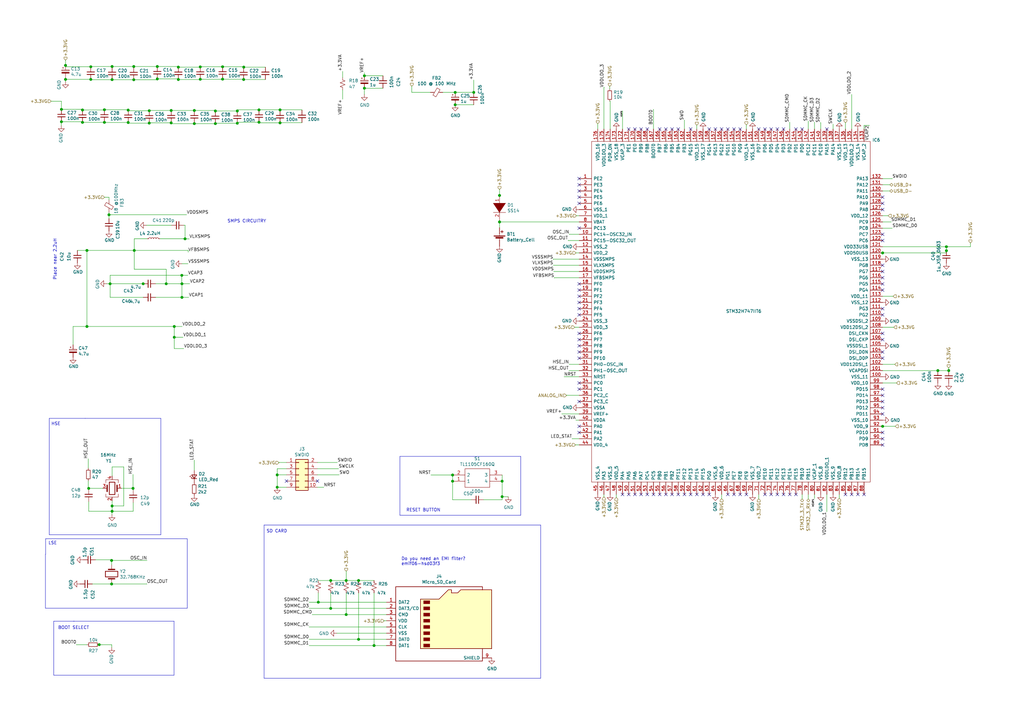
<source format=kicad_sch>
(kicad_sch (version 20200828) (generator eeschema)
  (page 5 6)
  (paper "A3")
  (title_block (title "PorpDAQ MCU") (date "2020-11-16") (rev "1.0"))
  (junction (at 25.1968 44.8564) (diameter 1.016))
  (junction (at 25.1968 49.9364) (diameter 1.016))
  (junction (at 26.8732 26.8224) (diameter 1.016))
  (junction (at 26.8732 32.5628) (diameter 1.016))
  (junction (at 33.8328 45.1104) (diameter 1.016))
  (junction (at 33.8328 50.1904) (diameter 1.016))
  (junction (at 35.6616 102.7176) (diameter 1.016))
  (junction (at 35.6616 133.9088) (diameter 1.016))
  (junction (at 36.3728 200.3044) (diameter 1.016))
  (junction (at 37.2364 27.3812) (diameter 1.016))
  (junction (at 37.2364 32.5628) (diameter 1.016))
  (junction (at 40.6908 264.414) (diameter 1.016))
  (junction (at 42.8244 45.0088) (diameter 1.016))
  (junction (at 42.8244 50.1904) (diameter 1.016))
  (junction (at 44.704 88.0872) (diameter 1.016))
  (junction (at 45.1612 116.3828) (diameter 1.016))
  (junction (at 45.7708 229.87) (diameter 1.016))
  (junction (at 45.7708 239.522) (diameter 1.016))
  (junction (at 45.974 27.2796) (diameter 1.016))
  (junction (at 45.974 32.6644) (diameter 1.016))
  (junction (at 45.974 207.518) (diameter 1.016))
  (junction (at 45.974 209.7024) (diameter 1.016))
  (junction (at 52.578 45.1612) (diameter 1.016))
  (junction (at 52.578 50.2412) (diameter 1.016))
  (junction (at 54.5592 200.3044) (diameter 1.016))
  (junction (at 54.864 27.2796) (diameter 1.016))
  (junction (at 54.864 32.7152) (diameter 1.016))
  (junction (at 55.0672 102.7176) (diameter 1.016))
  (junction (at 58.7248 116.3828) (diameter 1.016))
  (junction (at 61.214 45.4152) (diameter 1.016))
  (junction (at 61.214 50.4952) (diameter 1.016))
  (junction (at 64.516 27.2796) (diameter 1.016))
  (junction (at 64.516 32.3596) (diameter 1.016))
  (junction (at 68.1736 116.3828) (diameter 1.016))
  (junction (at 70.2056 45.3136) (diameter 1.016))
  (junction (at 70.2056 50.3936) (diameter 1.016))
  (junction (at 71.4756 133.9088) (diameter 1.016))
  (junction (at 71.4756 138.3284) (diameter 1.016))
  (junction (at 73.152 27.5336) (diameter 1.016))
  (junction (at 73.152 32.6136) (diameter 1.016))
  (junction (at 74.5744 112.9284) (diameter 1.016))
  (junction (at 74.6252 116.3828) (diameter 1.016))
  (junction (at 74.6252 121.9708) (diameter 1.016))
  (junction (at 75.8952 97.9424) (diameter 1.016))
  (junction (at 79.7052 45.3136) (diameter 1.016))
  (junction (at 79.7052 50.6984) (diameter 1.016))
  (junction (at 82.1436 27.432) (diameter 1.016))
  (junction (at 82.1436 32.512) (diameter 1.016))
  (junction (at 88.3412 45.5168) (diameter 1.016))
  (junction (at 88.3412 50.6984) (diameter 1.016))
  (junction (at 91.2876 27.3812) (diameter 1.016))
  (junction (at 91.2876 32.4612) (diameter 1.016))
  (junction (at 97.3328 45.5168) (diameter 1.016))
  (junction (at 97.3328 50.546) (diameter 1.016))
  (junction (at 99.9236 32.6136) (diameter 1.016))
  (junction (at 99.9744 27.5336) (diameter 1.016))
  (junction (at 106.2228 45.0596) (diameter 1.016))
  (junction (at 106.2228 50.1396) (diameter 1.016))
  (junction (at 113.6904 194.7672) (diameter 1.016))
  (junction (at 113.6904 199.8472) (diameter 1.016))
  (junction (at 114.8588 45.0596) (diameter 1.016))
  (junction (at 114.8588 50.3936) (diameter 1.016))
  (junction (at 130.556 246.9896) (diameter 1.016))
  (junction (at 135.636 238.0996) (diameter 1.016))
  (junction (at 135.636 249.5296) (diameter 1.016))
  (junction (at 141.986 238.0996) (diameter 1.016))
  (junction (at 141.986 252.0696) (diameter 1.016))
  (junction (at 147.066 238.0996) (diameter 1.016))
  (junction (at 147.066 262.2296) (diameter 1.016))
  (junction (at 149.4536 31.0896) (diameter 1.016))
  (junction (at 149.4536 36.1696) (diameter 1.016))
  (junction (at 153.416 264.7696) (diameter 1.016))
  (junction (at 185.6232 194.818) (diameter 1.016))
  (junction (at 185.6232 197.358) (diameter 1.016))
  (junction (at 186.69 37.8968) (diameter 1.016))
  (junction (at 186.69 42.9768) (diameter 1.016))
  (junction (at 194.31 37.8968) (diameter 1.016))
  (junction (at 204.8764 80.1624) (diameter 1.016))
  (junction (at 204.8764 91.0336) (diameter 1.016))
  (junction (at 205.9432 197.358) (diameter 1.016))
  (junction (at 205.9432 203.708) (diameter 1.016))
  (junction (at 362.0008 103.7336) (diameter 1.016))
  (junction (at 362.0008 174.8536) (diameter 1.016))
  (junction (at 384.6576 151.9936) (diameter 1.016))
  (junction (at 388.1628 101.1936) (diameter 1.016))
  (junction (at 388.1628 102.8192) (diameter 1.016))
  (junction (at 389.128 151.9936) (diameter 1.016))
  (no_connect (at 278.1808 52.9336))
  (no_connect (at 362.0008 164.6936))
  (no_connect (at 362.0008 116.4336))
  (no_connect (at 298.5008 202.7936))
  (no_connect (at 237.5408 157.0736))
  (no_connect (at 270.5608 52.9336))
  (no_connect (at 362.0008 159.6136))
  (no_connect (at 351.8408 202.7936))
  (no_connect (at 260.4008 52.9336))
  (no_connect (at 265.4808 202.7936))
  (no_connect (at 313.7408 52.9336))
  (no_connect (at 362.0008 177.3936))
  (no_connect (at 295.9608 52.9336))
  (no_connect (at 362.0008 182.4736))
  (no_connect (at 362.0008 80.8736))
  (no_connect (at 275.6408 202.7936))
  (no_connect (at 237.5408 136.7536))
  (no_connect (at 321.3608 52.9336))
  (no_connect (at 362.0008 146.9136))
  (no_connect (at 237.5408 141.8336))
  (no_connect (at 237.5408 139.2936))
  (no_connect (at 262.9408 202.7936))
  (no_connect (at 237.5408 164.6936))
  (no_connect (at 303.5808 202.7936))
  (no_connect (at 362.0008 129.1336))
  (no_connect (at 237.5408 121.5136))
  (no_connect (at 316.2808 202.7936))
  (no_connect (at 303.5808 52.9336))
  (no_connect (at 237.5408 124.0536))
  (no_connect (at 283.2608 202.7936))
  (no_connect (at 237.5408 159.6136))
  (no_connect (at 362.0008 108.8136))
  (no_connect (at 237.5408 93.5736))
  (no_connect (at 262.9408 52.9336))
  (no_connect (at 260.4008 202.7936))
  (no_connect (at 362.0008 139.2936))
  (no_connect (at 313.7408 202.7936))
  (no_connect (at 362.0008 162.1536))
  (no_connect (at 117.5004 197.3072))
  (no_connect (at 301.0408 202.7936))
  (no_connect (at 273.1008 52.9336))
  (no_connect (at 298.5008 52.9336))
  (no_connect (at 318.8208 202.7936))
  (no_connect (at 301.0408 52.9336))
  (no_connect (at 362.0008 179.9336))
  (no_connect (at 275.6408 52.9336))
  (no_connect (at 290.8808 52.9336))
  (no_connect (at 280.7208 202.7936))
  (no_connect (at 237.5408 118.9736))
  (no_connect (at 288.3408 202.7936))
  (no_connect (at 362.0008 85.9536))
  (no_connect (at 265.4808 52.9336))
  (no_connect (at 362.0008 136.7536))
  (no_connect (at 255.3208 202.7936))
  (no_connect (at 354.3808 202.7936))
  (no_connect (at 237.5408 174.8536))
  (no_connect (at 362.0008 169.7736))
  (no_connect (at 321.3608 202.7936))
  (no_connect (at 237.5408 116.4336))
  (no_connect (at 339.1408 52.9336))
  (no_connect (at 311.2008 52.9336))
  (no_connect (at 362.0008 98.6536))
  (no_connect (at 237.5408 129.1336))
  (no_connect (at 283.2608 52.9336))
  (no_connect (at 362.0008 167.2336))
  (no_connect (at 346.7608 202.7936))
  (no_connect (at 362.0008 118.9736))
  (no_connect (at 257.8608 202.7936))
  (no_connect (at 326.4408 202.7936))
  (no_connect (at 237.5408 126.5936))
  (no_connect (at 273.1008 202.7936))
  (no_connect (at 326.4408 52.9336))
  (no_connect (at 257.8608 52.9336))
  (no_connect (at 362.0008 126.5936))
  (no_connect (at 237.5408 146.9136))
  (no_connect (at 316.2808 52.9336))
  (no_connect (at 237.5408 78.3336))
  (no_connect (at 293.4208 52.9336))
  (no_connect (at 306.1208 202.7936))
  (no_connect (at 362.0008 111.3536))
  (no_connect (at 318.8208 52.9336))
  (no_connect (at 237.5408 80.8736))
  (no_connect (at 278.1808 202.7936))
  (no_connect (at 362.0008 83.4136))
  (no_connect (at 362.0008 96.1136))
  (no_connect (at 362.0008 144.3736))
  (no_connect (at 328.9808 52.9336))
  (no_connect (at 268.0208 202.7936))
  (no_connect (at 130.2004 197.3072))
  (no_connect (at 270.5608 202.7936))
  (no_connect (at 285.8008 202.7936))
  (no_connect (at 237.5408 83.4136))
  (no_connect (at 237.5408 177.3936))
  (no_connect (at 362.0008 113.8936))
  (no_connect (at 349.3008 202.7936))
  (no_connect (at 237.5408 75.7936))
  (no_connect (at 237.5408 73.2536))
  (no_connect (at 237.5408 144.3736))
  (no_connect (at 290.8808 202.7936))
  (no_connect (at 323.9008 202.7936))
  (wire (pts (xy 25.146 49.9364) (xy 25.1968 49.9364)))
  (wire (pts (xy 25.146 51.5112) (xy 25.146 49.9364)))
  (wire (pts (xy 25.1968 41.5036) (xy 20.9804 41.5036)))
  (wire (pts (xy 25.1968 44.8564) (xy 25.1968 41.5036)))
  (wire (pts (xy 25.1968 44.8564) (xy 33.8328 44.8564)))
  (wire (pts (xy 25.1968 49.9364) (xy 33.8328 49.9364)))
  (wire (pts (xy 26.8732 24.6888) (xy 26.8732 26.8224)))
  (wire (pts (xy 26.8732 27.3812) (xy 26.8732 26.8224)))
  (wire (pts (xy 26.8732 31.9024) (xy 26.8732 32.5628)))
  (wire (pts (xy 26.8732 32.5628) (xy 26.8732 33.528)))
  (wire (pts (xy 29.972 133.9088) (xy 29.972 141.4272)))
  (wire (pts (xy 31.3436 264.414) (xy 31.3436 264.3632)))
  (wire (pts (xy 31.75 102.7176) (xy 35.6616 102.7176)))
  (wire (pts (xy 33.8328 44.8564) (xy 33.8328 45.1104)))
  (wire (pts (xy 33.8328 45.1104) (xy 42.8244 45.1104)))
  (wire (pts (xy 33.8328 49.9364) (xy 33.8328 50.1904)))
  (wire (pts (xy 33.8328 50.1904) (xy 42.8244 50.1904)))
  (wire (pts (xy 35.6108 264.414) (xy 31.3436 264.414)))
  (wire (pts (xy 35.6616 102.7176) (xy 35.6616 133.9088)))
  (wire (pts (xy 35.6616 102.7176) (xy 55.0672 102.7176)))
  (wire (pts (xy 35.6616 133.9088) (xy 29.972 133.9088)))
  (wire (pts (xy 36.2204 192.0748) (xy 36.2204 188.1632)))
  (wire (pts (xy 36.2204 197.1548) (xy 36.2204 200.3044)))
  (wire (pts (xy 36.2204 200.3044) (xy 36.3728 200.3044)))
  (wire (pts (xy 36.3728 200.3044) (xy 42.164 200.3044)))
  (wire (pts (xy 36.3728 200.7108) (xy 36.3728 200.3044)))
  (wire (pts (xy 36.3728 205.7908) (xy 36.3728 209.7024)))
  (wire (pts (xy 37.2364 27.2796) (xy 45.974 27.2796)))
  (wire (pts (xy 37.2364 27.3812) (xy 26.8732 27.3812)))
  (wire (pts (xy 37.2364 27.3812) (xy 37.2364 27.2796)))
  (wire (pts (xy 37.2364 27.4828) (xy 37.2364 27.3812)))
  (wire (pts (xy 37.2364 32.5628) (xy 26.8732 32.5628)))
  (wire (pts (xy 37.2364 32.6644) (xy 37.2364 32.5628)))
  (wire (pts (xy 37.8968 239.522) (xy 45.7708 239.522)))
  (wire (pts (xy 39.1668 229.616) (xy 45.7708 229.616)))
  (wire (pts (xy 40.64 264.414) (xy 40.6908 264.414)))
  (wire (pts (xy 40.6908 264.414) (xy 45.8216 264.414)))
  (wire (pts (xy 42.8244 45.0088) (xy 52.578 45.0088)))
  (wire (pts (xy 42.8244 45.1104) (xy 42.8244 45.0088)))
  (wire (pts (xy 42.8244 50.0888) (xy 42.8244 50.1904)))
  (wire (pts (xy 42.8244 50.1904) (xy 42.8244 50.2412)))
  (wire (pts (xy 42.8244 50.2412) (xy 52.578 50.2412)))
  (wire (pts (xy 42.8752 80.9244) (xy 44.704 80.9244)))
  (wire (pts (xy 43.7896 116.332) (xy 45.1612 116.332)))
  (wire (pts (xy 44.704 80.9244) (xy 44.704 81.9912)))
  (wire (pts (xy 44.704 87.0712) (xy 44.704 88.0872)))
  (wire (pts (xy 44.704 88.0872) (xy 44.704 89.662)))
  (wire (pts (xy 44.704 88.0872) (xy 76.5556 88.0872)))
  (wire (pts (xy 45.1612 112.9284) (xy 45.1612 116.3828)))
  (wire (pts (xy 45.1612 112.9284) (xy 74.5744 112.9284)))
  (wire (pts (xy 45.1612 116.332) (xy 45.1612 116.3828)))
  (wire (pts (xy 45.1612 121.9708) (xy 45.1612 116.3828)))
  (wire (pts (xy 45.7708 229.616) (xy 45.7708 229.87)))
  (wire (pts (xy 45.7708 229.87) (xy 45.7708 231.648)))
  (wire (pts (xy 45.7708 239.522) (xy 45.7708 239.268)))
  (wire (pts (xy 45.7708 239.522) (xy 60.2488 239.522)))
  (wire (pts (xy 45.8216 264.414) (xy 45.8216 265.5316)))
  (wire (pts (xy 45.9232 209.6516) (xy 45.974 209.6516)))
  (wire (pts (xy 45.9232 211.074) (xy 45.9232 209.6516)))
  (wire (pts (xy 45.974 27.2796) (xy 54.864 27.2796)))
  (wire (pts (xy 45.974 27.5844) (xy 45.974 27.2796)))
  (wire (pts (xy 45.974 32.6644) (xy 37.2364 32.6644)))
  (wire (pts (xy 45.974 32.6644) (xy 54.864 32.6644)))
  (wire (pts (xy 45.974 191.516) (xy 50.7492 191.516)))
  (wire (pts (xy 45.974 195.2244) (xy 45.974 191.516)))
  (wire (pts (xy 45.974 205.3844) (xy 45.974 207.518)))
  (wire (pts (xy 45.974 207.518) (xy 45.974 209.7024)))
  (wire (pts (xy 45.974 209.7024) (xy 36.3728 209.7024)))
  (wire (pts (xy 45.974 209.7024) (xy 54.61 209.7024)))
  (wire (pts (xy 49.784 200.3044) (xy 54.5592 200.3044)))
  (wire (pts (xy 50.7492 191.516) (xy 50.7492 207.518)))
  (wire (pts (xy 50.7492 207.518) (xy 45.974 207.518)))
  (wire (pts (xy 52.578 45.0088) (xy 52.578 45.1612)))
  (wire (pts (xy 52.578 45.1612) (xy 52.578 45.4152)))
  (wire (pts (xy 52.578 50.2412) (xy 52.578 50.4952)))
  (wire (pts (xy 54.5592 194.564) (xy 54.5592 200.3044)))
  (wire (pts (xy 54.5592 200.3044) (xy 54.61 200.3044)))
  (wire (pts (xy 54.61 200.3044) (xy 54.61 201.0664)))
  (wire (pts (xy 54.61 206.1464) (xy 54.61 209.7024)))
  (wire (pts (xy 54.864 27.2796) (xy 64.516 27.2796)))
  (wire (pts (xy 54.864 27.6352) (xy 54.864 27.2796)))
  (wire (pts (xy 54.864 32.6644) (xy 54.864 32.7152)))
  (wire (pts (xy 54.864 32.7152) (xy 64.516 32.7152)))
  (wire (pts (xy 55.0672 97.9424) (xy 55.0672 102.7176)))
  (wire (pts (xy 55.0672 102.7176) (xy 55.0672 110.4392)))
  (wire (pts (xy 55.0672 102.7176) (xy 77.1652 102.7176)))
  (wire (pts (xy 55.0672 110.4392) (xy 68.1736 110.4392)))
  (wire (pts (xy 58.7248 116.3828) (xy 45.1612 116.3828)))
  (wire (pts (xy 58.7248 121.9708) (xy 45.1612 121.9708)))
  (wire (pts (xy 58.7756 116.3828) (xy 58.7248 116.3828)))
  (wire (pts (xy 60.0964 92.4052) (xy 70.3072 92.4052)))
  (wire (pts (xy 60.2488 239.522) (xy 60.2488 239.4712)))
  (wire (pts (xy 60.2996 229.87) (xy 45.7708 229.87)))
  (wire (pts (xy 60.452 97.9424) (xy 55.0672 97.9424)))
  (wire (pts (xy 61.214 45.3136) (xy 61.214 45.4152)))
  (wire (pts (xy 61.214 45.4152) (xy 52.578 45.4152)))
  (wire (pts (xy 61.214 50.3936) (xy 61.214 50.4952)))
  (wire (pts (xy 61.214 50.4952) (xy 52.578 50.4952)))
  (wire (pts (xy 63.8048 116.3828) (xy 68.1736 116.3828)))
  (wire (pts (xy 63.8048 121.9708) (xy 74.6252 121.9708)))
  (wire (pts (xy 64.516 27.2796) (xy 73.152 27.2796)))
  (wire (pts (xy 64.516 32.3088) (xy 64.516 32.3596)))
  (wire (pts (xy 64.516 32.3596) (xy 64.516 32.7152)))
  (wire (pts (xy 64.516 32.3596) (xy 73.152 32.3596)))
  (wire (pts (xy 65.532 97.9424) (xy 75.8952 97.9424)))
  (wire (pts (xy 68.1736 110.4392) (xy 68.1736 116.3828)))
  (wire (pts (xy 68.1736 116.3828) (xy 74.6252 116.3828)))
  (wire (pts (xy 70.2056 45.3136) (xy 61.214 45.3136)))
  (wire (pts (xy 70.2056 50.3936) (xy 61.214 50.3936)))
  (wire (pts (xy 70.2056 50.6984) (xy 70.2056 50.3936)))
  (wire (pts (xy 71.4756 133.9088) (xy 35.6616 133.9088)))
  (wire (pts (xy 71.4756 133.9088) (xy 71.4756 138.3284)))
  (wire (pts (xy 71.4756 142.9512) (xy 71.4756 138.3284)))
  (wire (pts (xy 73.152 27.2796) (xy 73.152 27.5336)))
  (wire (pts (xy 73.152 27.5336) (xy 82.1436 27.5336)))
  (wire (pts (xy 73.152 32.3596) (xy 73.152 32.6136)))
  (wire (pts (xy 73.152 32.6136) (xy 82.1436 32.6136)))
  (wire (pts (xy 74.5744 112.9284) (xy 74.5744 116.332)))
  (wire (pts (xy 74.5744 112.9284) (xy 77.0636 112.9284)))
  (wire (pts (xy 74.5744 116.332) (xy 74.676 116.332)))
  (wire (pts (xy 74.6252 108.204) (xy 77.1144 108.204)))
  (wire (pts (xy 74.6252 116.3828) (xy 74.6252 121.9708)))
  (wire (pts (xy 74.6252 116.3828) (xy 77.8256 116.3828)))
  (wire (pts (xy 74.6252 121.9708) (xy 77.4192 121.9708)))
  (wire (pts (xy 74.7268 133.9088) (xy 71.4756 133.9088)))
  (wire (pts (xy 75.0824 138.3284) (xy 71.4756 138.3284)))
  (wire (pts (xy 75.3872 92.4052) (xy 75.8952 92.4052)))
  (wire (pts (xy 75.3872 142.9512) (xy 71.4756 142.9512)))
  (wire (pts (xy 75.8952 92.4052) (xy 75.8952 97.9424)))
  (wire (pts (xy 75.8952 97.9424) (xy 75.8952 97.9932)))
  (wire (pts (xy 77.1652 102.7176) (xy 77.1652 103.4288)))
  (wire (pts (xy 77.6224 97.9932) (xy 75.8952 97.9932)))
  (wire (pts (xy 79.6544 188.7728) (xy 79.7052 188.7728)))
  (wire (pts (xy 79.6544 192.9892) (xy 79.6544 188.7728)))
  (wire (pts (xy 79.7052 45.3136) (xy 70.2056 45.3136)))
  (wire (pts (xy 79.7052 45.3644) (xy 79.7052 45.3136)))
  (wire (pts (xy 79.7052 50.6984) (xy 70.2056 50.6984)))
  (wire (pts (xy 79.7052 50.6984) (xy 79.7052 50.4444)))
  (wire (pts (xy 82.1436 27.3812) (xy 91.2876 27.3812)))
  (wire (pts (xy 82.1436 27.432) (xy 82.1436 27.3812)))
  (wire (pts (xy 82.1436 27.5336) (xy 82.1436 27.432)))
  (wire (pts (xy 82.1436 32.512) (xy 91.2876 32.512)))
  (wire (pts (xy 82.1436 32.6136) (xy 82.1436 32.512)))
  (wire (pts (xy 88.3412 45.3136) (xy 79.7052 45.3136)))
  (wire (pts (xy 88.3412 45.3136) (xy 88.3412 45.5168)))
  (wire (pts (xy 88.3412 45.5168) (xy 88.3412 45.6184)))
  (wire (pts (xy 88.3412 50.546) (xy 88.3412 50.6984)))
  (wire (pts (xy 88.3412 50.6984) (xy 79.7052 50.6984)))
  (wire (pts (xy 91.2876 27.3812) (xy 99.9744 27.3812)))
  (wire (pts (xy 91.2876 32.4612) (xy 99.9236 32.4612)))
  (wire (pts (xy 91.2876 32.512) (xy 91.2876 32.4612)))
  (wire (pts (xy 97.3328 45.0596) (xy 97.3328 45.5168)))
  (wire (pts (xy 97.3328 45.5168) (xy 88.3412 45.5168)))
  (wire (pts (xy 97.3328 50.1396) (xy 97.3328 50.546)))
  (wire (pts (xy 97.3328 50.546) (xy 88.3412 50.546)))
  (wire (pts (xy 97.3328 50.546) (xy 97.3328 50.5968)))
  (wire (pts (xy 99.9236 27.5336) (xy 99.9236 27.6352)))
  (wire (pts (xy 99.9236 27.5336) (xy 99.9744 27.5336)))
  (wire (pts (xy 99.9236 32.4612) (xy 99.9236 32.6136)))
  (wire (pts (xy 99.9236 32.6136) (xy 99.9236 32.7152)))
  (wire (pts (xy 99.9744 27.3812) (xy 99.9744 27.5336)))
  (wire (pts (xy 99.9744 27.5336) (xy 108.8644 27.5336)))
  (wire (pts (xy 106.2228 45.0596) (xy 97.3328 45.0596)))
  (wire (pts (xy 106.2228 50.1396) (xy 97.3328 50.1396)))
  (wire (pts (xy 106.2228 50.3936) (xy 106.2228 50.1396)))
  (wire (pts (xy 108.8644 32.6136) (xy 99.9236 32.6136)))
  (wire (pts (xy 113.6904 192.2272) (xy 113.6904 194.7672)))
  (wire (pts (xy 113.6904 194.7672) (xy 113.6904 199.8472)))
  (wire (pts (xy 114.4016 189.6872) (xy 114.4016 189.7888)))
  (wire (pts (xy 114.8588 45.0596) (xy 106.2228 45.0596)))
  (wire (pts (xy 114.8588 45.3136) (xy 114.8588 45.0596)))
  (wire (pts (xy 114.8588 50.292) (xy 114.8588 50.3936)))
  (wire (pts (xy 114.8588 50.3936) (xy 106.2228 50.3936)))
  (wire (pts (xy 117.5004 189.6872) (xy 114.4016 189.6872)))
  (wire (pts (xy 117.5004 192.2272) (xy 113.6904 192.2272)))
  (wire (pts (xy 117.5004 194.7672) (xy 113.6904 194.7672)))
  (wire (pts (xy 117.5004 199.8472) (xy 113.6904 199.8472)))
  (wire (pts (xy 123.8504 45.0596) (xy 114.8588 45.0596)))
  (wire (pts (xy 123.8504 45.212) (xy 123.8504 45.0596)))
  (wire (pts (xy 123.8504 50.292) (xy 114.8588 50.292)))
  (wire (pts (xy 126.746 246.9896) (xy 130.556 246.9896)))
  (wire (pts (xy 126.746 249.5296) (xy 135.636 249.5296)))
  (wire (pts (xy 126.746 257.1496) (xy 158.496 257.1496)))
  (wire (pts (xy 126.746 262.2296) (xy 147.066 262.2296)))
  (wire (pts (xy 126.746 264.7696) (xy 153.416 264.7696)))
  (wire (pts (xy 128.016 252.0696) (xy 141.986 252.0696)))
  (wire (pts (xy 130.2004 189.6872) (xy 138.3792 189.6872)))
  (wire (pts (xy 130.2004 192.2272) (xy 138.8872 192.2272)))
  (wire (pts (xy 130.2004 194.7672) (xy 139.1412 194.7672)))
  (wire (pts (xy 130.2004 199.8472) (xy 132.7404 199.8472)))
  (wire (pts (xy 130.556 238.0996) (xy 135.636 238.0996)))
  (wire (pts (xy 130.556 243.1796) (xy 130.556 246.9896)))
  (wire (pts (xy 130.556 246.9896) (xy 158.496 246.9896)))
  (wire (pts (xy 132.7404 199.8472) (xy 132.7404 199.898)))
  (wire (pts (xy 135.636 243.1796) (xy 135.636 249.5296)))
  (wire (pts (xy 135.636 249.5296) (xy 158.496 249.5296)))
  (wire (pts (xy 140.5128 29.2608) (xy 140.5128 31.8008)))
  (wire (pts (xy 140.5128 36.8808) (xy 140.5128 40.6908)))
  (wire (pts (xy 141.986 234.2896) (xy 141.986 238.0996)))
  (wire (pts (xy 141.986 238.0996) (xy 135.636 238.0996)))
  (wire (pts (xy 141.986 238.0996) (xy 147.066 238.0996)))
  (wire (pts (xy 141.986 243.1796) (xy 141.986 252.0696)))
  (wire (pts (xy 141.986 252.0696) (xy 158.496 252.0696)))
  (wire (pts (xy 147.066 243.1796) (xy 147.066 262.2296)))
  (wire (pts (xy 147.066 262.2296) (xy 158.496 262.2296)))
  (wire (pts (xy 149.4536 29.8196) (xy 149.4536 31.0896)))
  (wire (pts (xy 149.4536 36.1696) (xy 149.4536 38.7096)))
  (wire (pts (xy 153.416 238.0996) (xy 147.066 238.0996)))
  (wire (pts (xy 153.416 243.1796) (xy 153.416 264.7696)))
  (wire (pts (xy 153.416 264.7696) (xy 158.496 264.7696)))
  (wire (pts (xy 157.0736 31.0896) (xy 149.4536 31.0896)))
  (wire (pts (xy 157.0736 36.1696) (xy 149.4536 36.1696)))
  (wire (pts (xy 157.5308 254.6096) (xy 157.5308 254.6604)))
  (wire (pts (xy 158.496 254.6096) (xy 157.5308 254.6096)))
  (wire (pts (xy 158.496 259.6896) (xy 138.176 259.6896)))
  (wire (pts (xy 168.91 37.8968) (xy 168.91 35.3568)))
  (wire (pts (xy 176.53 37.8968) (xy 168.91 37.8968)))
  (wire (pts (xy 181.61 37.8968) (xy 186.69 37.8968)))
  (wire (pts (xy 185.6232 194.818) (xy 176.7332 194.818)))
  (wire (pts (xy 185.6232 197.358) (xy 185.6232 194.818)))
  (wire (pts (xy 185.6232 204.978) (xy 185.6232 197.358)))
  (wire (pts (xy 186.69 37.8968) (xy 194.31 37.8968)))
  (wire (pts (xy 193.2432 204.978) (xy 185.6232 204.978)))
  (wire (pts (xy 194.31 37.8968) (xy 194.31 32.8168)))
  (wire (pts (xy 194.31 42.9768) (xy 186.69 42.9768)))
  (wire (pts (xy 198.3232 204.978) (xy 205.9432 204.978)))
  (wire (pts (xy 204.8764 77.724) (xy 204.8764 80.1624)))
  (wire (pts (xy 204.8764 80.1624) (xy 204.8764 80.2132)))
  (wire (pts (xy 204.8764 90.3224) (xy 204.8764 91.0336)))
  (wire (pts (xy 204.8764 91.0336) (xy 204.8764 93.3704)))
  (wire (pts (xy 204.8764 91.0336) (xy 237.5408 91.0336)))
  (wire (pts (xy 205.9432 197.358) (xy 205.9432 194.818)))
  (wire (pts (xy 205.9432 203.708) (xy 205.9432 197.358)))
  (wire (pts (xy 205.9432 204.978) (xy 205.9432 203.708)))
  (wire (pts (xy 208.4832 203.708) (xy 205.9432 203.708)))
  (wire (pts (xy 226.9236 106.2736) (xy 226.9236 106.4768)))
  (wire (pts (xy 226.9236 108.8136) (xy 237.5408 108.8136)))
  (wire (pts (xy 227.1776 111.3536) (xy 227.1776 111.3028)))
  (wire (pts (xy 227.33 113.8936) (xy 227.33 114.046)))
  (wire (pts (xy 230.4796 169.7736) (xy 230.4796 169.7228)))
  (wire (pts (xy 231.3432 154.5336) (xy 237.5408 154.5336)))
  (wire (pts (xy 232.3592 162.1536) (xy 232.3592 162.2044)))
  (wire (pts (xy 233.0196 98.6536) (xy 233.0196 98.6028)))
  (wire (pts (xy 233.3244 151.9936) (xy 237.5408 151.9936)))
  (wire (pts (xy 233.3752 149.4536) (xy 237.5408 149.4536)))
  (wire (pts (xy 233.4768 96.1136) (xy 233.4768 96.1644)))
  (wire (pts (xy 234.6452 179.9336) (xy 234.6452 179.9844)))
  (wire (pts (xy 235.712 134.2136) (xy 237.5408 134.2136)))
  (wire (pts (xy 236.0168 182.4736) (xy 237.5408 182.4736)))
  (wire (pts (xy 236.1692 172.3136) (xy 237.5408 172.3136)))
  (wire (pts (xy 236.22 103.7336) (xy 237.5408 103.7336)))
  (wire (pts (xy 236.4232 88.4936) (xy 237.5408 88.4936)))
  (wire (pts (xy 237.5408 96.1136) (xy 233.4768 96.1136)))
  (wire (pts (xy 237.5408 98.6536) (xy 233.0196 98.6536)))
  (wire (pts (xy 237.5408 106.2736) (xy 226.9236 106.2736)))
  (wire (pts (xy 237.5408 111.3536) (xy 227.1776 111.3536)))
  (wire (pts (xy 237.5408 113.8936) (xy 227.33 113.8936)))
  (wire (pts (xy 237.5408 162.1536) (xy 232.3592 162.1536)))
  (wire (pts (xy 237.5408 169.7736) (xy 230.4796 169.7736)))
  (wire (pts (xy 237.5408 179.9336) (xy 234.6452 179.9336)))
  (wire (pts (xy 245.1608 50.7492) (xy 245.1608 52.9336)))
  (wire (pts (xy 247.7008 35.8648) (xy 247.904 35.8648)))
  (wire (pts (xy 247.7008 52.9336) (xy 247.7008 35.8648)))
  (wire (pts (xy 247.7008 202.7936) (xy 247.7008 203.8096)))
  (wire (pts (xy 250.0884 35.4584) (xy 250.0884 36.4744)))
  (wire (pts (xy 250.2408 41.5544) (xy 250.0884 41.5544)))
  (wire (pts (xy 250.2408 52.9336) (xy 250.2408 41.5544)))
  (wire (pts (xy 252.7808 202.7936) (xy 252.7808 204.0128)))
  (wire (pts (xy 255.3208 45.466) (xy 255.3208 52.9336)))
  (wire (pts (xy 267.97 44.9072) (xy 268.0208 44.9072)))
  (wire (pts (xy 268.0208 44.9072) (xy 268.0208 52.9336)))
  (wire (pts (xy 280.7208 49.3268) (xy 280.67 49.3268)))
  (wire (pts (xy 280.7208 52.9336) (xy 280.7208 49.3268)))
  (wire (pts (xy 285.8008 51.3588) (xy 285.8008 52.9336)))
  (wire (pts (xy 295.9608 202.7936) (xy 295.9608 204.5208)))
  (wire (pts (xy 306.1208 51.2064) (xy 306.1208 52.9336)))
  (wire (pts (xy 311.2008 202.7936) (xy 311.2008 204.5716)))
  (wire (pts (xy 323.9008 50.1904) (xy 323.85 50.1904)))
  (wire (pts (xy 323.9008 52.9336) (xy 323.9008 50.1904)))
  (wire (pts (xy 328.9808 202.7936) (xy 328.9808 204.6224)))
  (wire (pts (xy 331.5208 49.7332) (xy 331.47 49.7332)))
  (wire (pts (xy 331.5208 52.9336) (xy 331.5208 49.7332)))
  (wire (pts (xy 331.5208 202.7936) (xy 331.5208 204.6224)))
  (wire (pts (xy 334.0608 50.1904) (xy 334.01 50.1904)))
  (wire (pts (xy 334.0608 52.9336) (xy 334.0608 50.1904)))
  (wire (pts (xy 334.0608 202.7936) (xy 334.0608 204.47)))
  (wire (pts (xy 336.4992 50.292) (xy 336.6008 50.292)))
  (wire (pts (xy 336.6008 52.9336) (xy 336.6008 50.292)))
  (wire (pts (xy 339.1408 202.7936) (xy 339.1408 209.9056)))
  (wire (pts (xy 341.6808 50.9016) (xy 341.6808 52.9336)))
  (wire (pts (xy 344.2208 202.7936) (xy 344.2208 204.3684)))
  (wire (pts (xy 346.7608 50.3428) (xy 346.7608 52.9336)))
  (wire (pts (xy 349.3008 38.7096) (xy 349.3008 52.9336)))
  (wire (pts (xy 354.3808 51.4604) (xy 354.3808 52.9336)))
  (wire (pts (xy 354.3808 51.4604) (xy 356.616 51.4604)))
  (wire (pts (xy 361.8992 103.7336) (xy 362.0008 103.7336)))
  (wire (pts (xy 361.95 174.8536) (xy 362.0008 174.8536)))
  (wire (pts (xy 362.0008 73.2536) (xy 365.9632 73.2536)))
  (wire (pts (xy 362.0008 75.7936) (xy 364.998 75.7936)))
  (wire (pts (xy 362.0008 78.3336) (xy 364.9472 78.3336)))
  (wire (pts (xy 362.0008 88.4936) (xy 364.2868 88.4936)))
  (wire (pts (xy 362.0008 91.0336) (xy 365.4552 91.0336)))
  (wire (pts (xy 362.0008 93.5736) (xy 365.9632 93.5736)))
  (wire (pts (xy 362.0008 101.1936) (xy 388.1628 101.1936)))
  (wire (pts (xy 362.0008 103.7336) (xy 388.1628 103.7336)))
  (wire (pts (xy 362.0008 121.5136) (xy 366.3188 121.5136)))
  (wire (pts (xy 362.0008 134.2136) (xy 366.5728 134.2136)))
  (wire (pts (xy 362.0008 149.4536) (xy 366.9792 149.4536)))
  (wire (pts (xy 362.0008 151.9936) (xy 384.6576 151.9936)))
  (wire (pts (xy 362.0008 157.0736) (xy 367.6904 157.0736)))
  (wire (pts (xy 362.0008 174.8536) (xy 367.1824 174.8536)))
  (wire (pts (xy 365.4552 91.0336) (xy 365.4552 91.0844)))
  (wire (pts (xy 365.9632 73.2536) (xy 365.9632 73.3044)))
  (wire (pts (xy 384.6576 151.9936) (xy 389.128 151.9936)))
  (wire (pts (xy 388.1628 101.1936) (xy 398.018 101.1936)))
  (wire (pts (xy 388.1628 102.8192) (xy 388.1628 101.1936)))
  (wire (pts (xy 388.1628 103.7336) (xy 388.1628 102.8192)))
  (wire (pts (xy 389.128 150.876) (xy 389.0772 150.876)))
  (wire (pts (xy 389.128 151.9936) (xy 389.128 150.876)))
  (wire (pts (xy 389.128 152.0952) (xy 389.128 151.9936)))
  (wire (pts (xy 398.018 101.1936) (xy 398.018 99.6696)))
  (polyline (pts (xy 18.6436 249.428) (xy 18.6436 227.33)) (stroke (width 0) (type solid)))
  (polyline (pts (xy 18.6944 220.98) (xy 76.8096 220.98)) (stroke (width 0) (type solid)))
  (polyline (pts (xy 18.6944 227.3808) (xy 18.6944 220.98)) (stroke (width 0) (type solid)))
  (polyline (pts (xy 20.2184 171.6024) (xy 34.9504 171.6024)) (stroke (width 0) (type solid)))
  (polyline (pts (xy 20.2184 219.3036) (xy 20.2184 171.6024)) (stroke (width 0) (type solid)))
  (polyline (pts (xy 22.0472 254.762) (xy 22.0472 276.9108)) (stroke (width 0) (type solid)))
  (polyline (pts (xy 22.0472 276.9108) (xy 71.374 276.9108)) (stroke (width 0) (type solid)))
  (polyline (pts (xy 30.5308 254.762) (xy 22.0472 254.762)) (stroke (width 0) (type solid)))
  (polyline (pts (xy 34.8996 171.6024) (xy 65.9892 171.6024)) (stroke (width 0) (type solid)))
  (polyline (pts (xy 65.9892 171.6024) (xy 65.9892 219.3036)) (stroke (width 0) (type solid)))
  (polyline (pts (xy 65.9892 219.3036) (xy 20.2184 219.3036)) (stroke (width 0) (type solid)))
  (polyline (pts (xy 71.374 254.762) (xy 30.0736 254.762)) (stroke (width 0) (type solid)))
  (polyline (pts (xy 71.374 276.9108) (xy 71.374 254.762)) (stroke (width 0) (type solid)))
  (polyline (pts (xy 76.8096 220.98) (xy 76.8096 249.428)) (stroke (width 0) (type solid)))
  (polyline (pts (xy 76.8096 249.428) (xy 18.6436 249.428)) (stroke (width 0) (type solid)))
  (polyline (pts (xy 108.3056 215.3412) (xy 221.742 215.3412)) (stroke (width 0) (type solid)))
  (polyline (pts (xy 108.3056 278.1808) (xy 108.3056 215.3412)) (stroke (width 0) (type solid)))
  (polyline (pts (xy 164.0332 187.198) (xy 213.5632 187.198)) (stroke (width 0) (type solid)))
  (polyline (pts (xy 164.0332 211.328) (xy 164.0332 187.198)) (stroke (width 0) (type solid)))
  (polyline (pts (xy 213.5632 187.198) (xy 213.5632 211.328)) (stroke (width 0) (type solid)))
  (polyline (pts (xy 213.5632 211.328) (xy 164.0332 211.328)) (stroke (width 0) (type solid)))
  (polyline (pts (xy 221.742 215.3412) (xy 221.742 278.1808)) (stroke (width 0) (type solid)))
  (polyline (pts (xy 221.742 278.1808) (xy 108.3056 278.1808)) (stroke (width 0) (type solid)))
  (text "LSE" (at 19.812 223.5708 0) (effects (font (size 1.27 1.27)) (justify left bottom)))
  (text "HSE" (at 20.9804 174.7012 0) (effects (font (size 1.27 1.27)) (justify left bottom)))
  (text "Place near 2.2uH\n" (at 23.3172 114.9604 90) (effects (font (size 1.27 1.27)) (justify left bottom)))
  (text "BOOT SELECT\n" (at 23.7744 258.318 0) (effects (font (size 1.27 1.27)) (justify left bottom)))
  (text "SMPS CIRCUITRY" (at 93.218 91.5416 0) (effects (font (size 1.27 1.27)) (justify left bottom)))
  (text "SD CARD" (at 109.2708 218.694 0) (effects (font (size 1.27 1.27)) (justify left bottom)))
  (text "Do you need an EMI filter?\nemif06-hsd03f3" (at 164.592 232.1052 0) (effects (font (size 1.27 1.27)) (justify left bottom)))
  (text "RESET BUTTON\n" (at 166.5732 210.058 0) (effects (font (size 1.27 1.27)) (justify left bottom)))
  (label "BOOT0" (at 31.3436 264.3632 180))
  (label "HSE_OUT" (at 36.2204 188.1632 90))
  (label "HSE_IN" (at 54.5592 194.564 90))
  (label "OSC_OUT" (at 60.2488 239.4712 0))
  (label "OSC_IN" (at 60.2996 229.87 180))
  (label "VDDLDO_2" (at 74.7268 133.9088 0))
  (label "VDDLDO_1" (at 75.0824 138.3284 0))
  (label "VDDLDO_3" (at 75.3872 142.9512 0))
  (label "VDDSMPS" (at 76.5556 88.0872 0))
  (label "VCAP3" (at 77.0636 112.9284 0))
  (label "VSSSMPS" (at 77.1144 108.204 0))
  (label "VFBSMPS" (at 77.1652 103.4288 0))
  (label "VCAP1" (at 77.4192 121.9708 0))
  (label "VLXSMPS" (at 77.6224 97.9932 0))
  (label "VCAP2" (at 77.8256 116.3828 0))
  (label "LED_STAT" (at 79.7052 188.7728 90))
  (label "SDMMC_D2" (at 126.746 246.9896 180))
  (label "SDMMC_D3" (at 126.746 249.5296 180))
  (label "SDMMC_CK" (at 126.746 257.1496 180))
  (label "SDMMC_D0" (at 126.746 262.2296 180))
  (label "SDMMC_D1" (at 126.746 264.7696 180))
  (label "SDMMC_CMD" (at 128.016 252.0696 180))
  (label "NRST" (at 132.7404 199.898 0))
  (label "SWDIO" (at 138.3792 189.6872 0))
  (label "SWCLK" (at 138.8872 192.2272 0))
  (label "SWO" (at 139.1412 194.7672 0))
  (label "+3.3VA" (at 140.5128 29.2608 90))
  (label "VREF+" (at 140.5128 40.6908 270))
  (label "VREF+" (at 149.4536 29.8196 90))
  (label "NRST" (at 176.7332 194.818 180))
  (label "+3.3VA" (at 194.31 32.8168 90))
  (label "VSSSMPS" (at 226.9236 106.4768 180))
  (label "VLXSMPS" (at 226.9236 108.8136 180))
  (label "VDDSMPS" (at 227.1776 111.3028 180))
  (label "VFBSMPS" (at 227.33 114.046 180))
  (label "VREF+" (at 230.4796 169.7228 180))
  (label "NRST" (at 231.3432 154.5336 0))
  (label "OSC_OUT" (at 233.0196 98.6028 180))
  (label "HSE_OUT" (at 233.3244 151.9936 180))
  (label "HSE_IN" (at 233.3752 149.4536 180))
  (label "OSC_IN" (at 233.4768 96.1644 180))
  (label "LED_STAT" (at 234.6452 179.9844 180))
  (label "+3.3VA" (at 236.1692 172.3136 180))
  (label "VDDLDO_3" (at 247.904 35.8648 90))
  (label "VCAP3" (at 255.3208 45.466 270) (effects (font (size 0.508 0.508))))
  (label "BOOT0" (at 267.97 44.9072 270))
  (label "SWO" (at 280.67 49.3268 90))
  (label "SDMMC_CMD" (at 323.85 50.1904 90))
  (label "SDMMC_CK" (at 331.47 49.7332 90))
  (label "SDMMC_D3" (at 334.01 50.1904 90))
  (label "VCAP1" (at 334.0608 204.47 270) (effects (font (size 0.7 0.7))))
  (label "SDMMC_D2" (at 336.4992 50.292 90))
  (label "VDDLDO_1" (at 339.1408 209.9056 270))
  (label "SWCLK" (at 341.6808 50.9016 90))
  (label "VDDLDO_2" (at 349.3008 38.7096 90))
  (label "VCAP2" (at 356.616 51.4604 270))
  (label "SDMMC_D1" (at 365.4552 91.0844 0))
  (label "SWDIO" (at 365.9632 73.3044 0))
  (label "SDMMC_D0" (at 365.9632 93.5736 0))
  (hierarchical_label "+3.3VG" (shape input) (at 20.9804 41.5036 180))
  (hierarchical_label "+3.3VG" (shape input) (at 26.8732 24.6888 90))
  (hierarchical_label "+3.3VG" (shape input) (at 42.8752 80.9244 180))
  (hierarchical_label "+3.3VG" (shape input) (at 114.4016 189.7888 180))
  (hierarchical_label "+3.3VG" (shape input) (at 141.986 234.2896 90))
  (hierarchical_label "+3.3VG" (shape input) (at 157.5308 254.6604 180))
  (hierarchical_label "+3.3VG" (shape input) (at 168.91 35.3568 90))
  (hierarchical_label "+3.3VG" (shape input) (at 204.8764 77.724 90))
  (hierarchical_label "ANALOG_IN" (shape input) (at 232.3592 162.2044 180))
  (hierarchical_label "+3.3VG" (shape input) (at 235.712 134.2136 180))
  (hierarchical_label "+3.3VG" (shape input) (at 236.0168 182.4736 180))
  (hierarchical_label "+3.3VG" (shape input) (at 236.22 103.7336 180))
  (hierarchical_label "+3.3VG" (shape input) (at 236.4232 88.4936 180))
  (hierarchical_label "+3.3VG" (shape input) (at 245.1608 50.7492 90))
  (hierarchical_label "+3.3VG" (shape input) (at 247.7008 203.8096 270))
  (hierarchical_label "+3.3VG" (shape input) (at 250.0884 35.4584 90))
  (hierarchical_label "+3.3VG" (shape input) (at 252.7808 204.0128 270))
  (hierarchical_label "+3.3VG" (shape input) (at 285.8008 51.3588 90))
  (hierarchical_label "+3.3VG" (shape input) (at 295.9608 204.5208 270))
  (hierarchical_label "+3.3VG" (shape input) (at 306.1208 51.2064 90))
  (hierarchical_label "+3.3VG" (shape input) (at 311.2008 204.5716 270))
  (hierarchical_label "STM32_3_TX" (shape bidirectional) (at 328.9808 204.6224 270))
  (hierarchical_label "STM32_3_RX" (shape bidirectional) (at 331.5208 204.6224 270))
  (hierarchical_label "+3.3VG" (shape input) (at 344.2208 204.3684 270))
  (hierarchical_label "+3.3VG" (shape input) (at 346.7608 50.3428 90))
  (hierarchical_label "+3.3VG" (shape input) (at 364.2868 88.4936 0))
  (hierarchical_label "USB_D-" (shape bidirectional) (at 364.9472 78.3336 0))
  (hierarchical_label "USB_D+" (shape bidirectional) (at 364.998 75.7936 0))
  (hierarchical_label "+3.3VG" (shape input) (at 366.3188 121.5136 0))
  (hierarchical_label "+3.3VG" (shape input) (at 366.5728 134.2136 0))
  (hierarchical_label "+3.3VG" (shape input) (at 366.9792 149.4536 0))
  (hierarchical_label "+3.3VG" (shape input) (at 367.1824 174.8536 0))
  (hierarchical_label "+3.3VG" (shape input) (at 367.6904 157.0736 0))
  (hierarchical_label "+3.3VG" (shape input) (at 389.0772 150.876 90))
  (hierarchical_label "+3.3VG" (shape input) (at 398.018 99.6696 90))
  (symbol (lib_id "Device:L_Small") (at 62.992 97.9424 90) (unit 1)
    (property "Reference" "L4" (at 58.4708 95.7896 90))
    (property "Value" "2.2uH" (at 62.9918 95.6496 90))
    (property "Footprint" "Inductor_SMD:L_0805_2012Metric" (effects hide))
  )
  (symbol (lib_id "power:GND") (at 25.146 51.5112 0) (unit 1)
    (property "Reference" "#PWR030" (effects hide))
    (property "Value" "GND" (at 25.0063 56.5976 90))
  )
  (symbol (lib_id "power:GND") (at 26.8732 33.528 0) (unit 1)
    (property "Reference" "#PWR025" (effects hide))
    (property "Value" "GND" (at 24.2443 34.8044 90))
  )
  (symbol (lib_id "power:GND") (at 29.972 146.5072 0) (unit 1)
    (property "Reference" "#PWR047" (effects hide))
    (property "Value" "GND" (at 30.1879 150.2728 0))
  )
  (symbol (lib_id "power:GND") (at 31.75 107.7976 0) (unit 1)
    (property "Reference" "#PWR042" (effects hide))
    (property "Value" "GND" (at 31.9659 111.5632 0))
  )
  (symbol (lib_id "power:GND") (at 32.8168 239.522 270) (unit 1)
    (property "Reference" "#PWR064" (effects hide))
    (property "Value" "GND" (at 29.0512 239.7379 0))
  )
  (symbol (lib_id "power:GND") (at 34.0868 229.616 270) (unit 1)
    (property "Reference" "#PWR063" (effects hide))
    (property "Value" "GND" (at 29.7624 229.7303 0))
  )
  (symbol (lib_id "power:GND") (at 43.7896 116.332 270) (unit 1)
    (property "Reference" "#PWR045" (effects hide))
    (property "Value" "GND" (at 40.024 116.5479 0))
  )
  (symbol (lib_id "power:GND") (at 44.704 94.742 0) (unit 1)
    (property "Reference" "#PWR029" (effects hide))
    (property "Value" "GND" (at 44.9199 98.5076 0))
  )
  (symbol (lib_id "power:GND") (at 45.8216 265.5316 0) (unit 1)
    (property "Reference" "#PWR066" (effects hide))
    (property "Value" "GND" (at 45.7327 270.364 90))
  )
  (symbol (lib_id "power:GND") (at 45.9232 211.074 0) (unit 1)
    (property "Reference" "#PWR062" (effects hide))
    (property "Value" "GND" (at 46.0375 215.3984 0))
  )
  (symbol (lib_id "power:GND") (at 60.0964 92.4052 270) (unit 1)
    (property "Reference" "#PWR028" (effects hide))
    (property "Value" "GND" (at 56.3308 92.6211 0))
  )
  (symbol (lib_id "power:GND") (at 74.6252 108.204 270) (unit 1)
    (property "Reference" "#PWR0110" (effects hide))
    (property "Value" "GND" (at 70.8596 108.4199 0))
  )
  (symbol (lib_id "power:GND") (at 79.6544 203.1492 0) (unit 1)
    (property "Reference" "#PWR060" (effects hide))
    (property "Value" "GND" (at 79.8703 206.9148 0))
  )
  (symbol (lib_id "power:GND") (at 113.6904 199.8472 0) (unit 1)
    (property "Reference" "#PWR053" (effects hide))
    (property "Value" "GND" (at 113.8174 204.2414 0))
  )
  (symbol (lib_id "power:GND") (at 138.176 259.6896 270) (unit 1)
    (property "Reference" "#PWR065" (effects hide))
    (property "Value" "GND" (at 134.9248 259.8166 90) (effects (justify right)))
  )
  (symbol (lib_id "power:GND") (at 149.4536 38.7096 0) (unit 1)
    (property "Reference" "#PWR026" (effects hide))
    (property "Value" "GND" (at 149.5806 43.1038 0))
  )
  (symbol (lib_id "power:GND") (at 186.69 42.9768 0) (unit 1)
    (property "Reference" "#PWR027" (effects hide))
    (property "Value" "GND" (at 186.817 47.371 0))
  )
  (symbol (lib_id "power:GND") (at 201.676 269.8496 0) (unit 1)
    (property "Reference" "#PWR067" (effects hide))
    (property "Value" "GND" (at 201.803 274.2438 0))
  )
  (symbol (lib_id "power:GND") (at 204.8764 100.9904 0) (unit 1)
    (property "Reference" "#PWR037" (effects hide))
    (property "Value" "GND" (at 204.8383 105.772 90))
  )
  (symbol (lib_id "power:GND") (at 208.4832 203.708 0) (unit 1)
    (property "Reference" "#PWR061" (effects hide))
    (property "Value" "GND" (at 208.6102 208.1022 0))
  )
  (symbol (lib_id "power:GND") (at 237.5408 85.9536 270) (unit 1)
    (property "Reference" "#PWR036" (effects hide))
    (property "Value" "GND" (at 232.4544 85.8139 90))
  )
  (symbol (lib_id "power:GND") (at 237.5408 101.1936 270) (unit 1)
    (property "Reference" "#PWR038" (effects hide))
    (property "Value" "GND" (at 232.7592 101.1555 90))
  )
  (symbol (lib_id "power:GND") (at 237.5408 131.6736 270) (unit 1)
    (property "Reference" "#PWR043" (effects hide))
    (property "Value" "GND" (at 232.5052 131.5847 90))
  )
  (symbol (lib_id "power:GND") (at 237.5408 167.2336 270) (unit 1)
    (property "Reference" "#PWR051" (effects hide))
    (property "Value" "GND" (at 232.7592 167.1447 90))
  )
  (symbol (lib_id "power:GND") (at 245.1608 202.7936 0) (unit 1)
    (property "Reference" "#PWR054" (effects hide))
    (property "Value" "GND" (at 245.1227 207.5244 90))
  )
  (symbol (lib_id "power:GND") (at 250.2408 202.7936 0) (unit 1)
    (property "Reference" "#PWR055" (effects hide))
    (property "Value" "GND" (at 250.0503 207.7276 90))
  )
  (symbol (lib_id "power:GND") (at 252.7808 52.9336 180) (unit 1)
    (property "Reference" "#PWR031" (effects hide))
    (property "Value" "GND" (at 252.8697 48.1012 90))
  )
  (symbol (lib_id "power:GND") (at 288.3408 52.9336 180) (unit 1)
    (property "Reference" "#PWR032" (effects hide))
    (property "Value" "GND" (at 288.5821 47.9488 90))
  )
  (symbol (lib_id "power:GND") (at 293.4208 202.7936 0) (unit 1)
    (property "Reference" "#PWR056" (effects hide))
    (property "Value" "GND" (at 293.3319 207.8292 90))
  )
  (symbol (lib_id "power:GND") (at 308.6608 52.9336 180) (unit 1)
    (property "Reference" "#PWR033" (effects hide))
    (property "Value" "GND" (at 308.9021 47.9488 90))
  )
  (symbol (lib_id "power:GND") (at 308.6608 202.7936 0) (unit 1)
    (property "Reference" "#PWR057" (effects hide))
    (property "Value" "GND" (at 308.5719 207.8292 90))
  )
  (symbol (lib_id "power:GND") (at 336.6008 202.7936 0) (unit 1)
    (property "Reference" "#PWR058" (effects hide))
    (property "Value" "GND" (at 336.6135 207.9816 90))
  )
  (symbol (lib_id "power:GND") (at 341.6808 202.7936 0) (unit 1)
    (property "Reference" "#PWR059" (effects hide))
    (property "Value" "GND" (at 341.6427 207.9308 90))
  )
  (symbol (lib_id "power:GND") (at 344.2208 52.9336 180) (unit 1)
    (property "Reference" "#PWR034" (effects hide))
    (property "Value" "GND" (at 344.3605 48.152 90))
  )
  (symbol (lib_id "power:GND") (at 351.8408 52.9336 180) (unit 1)
    (property "Reference" "#PWR035" (effects hide))
    (property "Value" "GND" (at 351.9805 48.0504 90))
  )
  (symbol (lib_id "power:GND") (at 362.0008 106.2736 90) (unit 1)
    (property "Reference" "#PWR039" (effects hide))
    (property "Value" "GND" (at 366.884 106.3625 90))
  )
  (symbol (lib_id "power:GND") (at 362.0008 124.0536 90) (unit 1)
    (property "Reference" "#PWR041" (effects hide))
    (property "Value" "GND" (at 366.884 124.1425 90))
  )
  (symbol (lib_id "power:GND") (at 362.0008 131.6736 90) (unit 1)
    (property "Reference" "#PWR044" (effects hide))
    (property "Value" "GND" (at 366.884 131.7625 90))
  )
  (symbol (lib_id "power:GND") (at 362.0008 141.8336 90) (unit 1)
    (property "Reference" "#PWR046" (effects hide))
    (property "Value" "GND" (at 366.884 141.9225 90))
  )
  (symbol (lib_id "power:GND") (at 362.0008 154.5336 90) (unit 1)
    (property "Reference" "#PWR048" (effects hide))
    (property "Value" "GND" (at 367.0364 154.6225 90))
  )
  (symbol (lib_id "power:GND") (at 362.0008 172.3136 90) (unit 1)
    (property "Reference" "#PWR052" (effects hide))
    (property "Value" "GND" (at 367.1888 172.3517 90))
  )
  (symbol (lib_id "power:GND") (at 384.6576 157.0736 0) (unit 1)
    (property "Reference" "#PWR049" (effects hide))
    (property "Value" "GND" (at 384.7719 161.398 0))
  )
  (symbol (lib_id "power:GND") (at 388.1628 107.8992 0) (unit 1)
    (property "Reference" "#PWR040" (effects hide))
    (property "Value" "GND" (at 388.2771 112.2236 0))
  )
  (symbol (lib_id "power:GND") (at 389.128 157.1752 0) (unit 1)
    (property "Reference" "#PWR050" (effects hide))
    (property "Value" "GND" (at 389.2423 161.4996 0))
  )
  (symbol (lib_id "Device:R_Small") (at 36.2204 194.6148 0) (unit 1)
    (property "Reference" "R20" (at 37.7191 193.4654 0) (effects (justify left)))
    (property "Value" "47" (at 37.7192 195.764 0) (effects (justify left)))
    (property "Footprint" "Resistor_SMD:R_0402_1005Metric" (effects hide))
  )
  (symbol (lib_id "Device:R_Small") (at 38.1508 264.414 90) (unit 1)
    (property "Reference" "R27" (at 38.2524 266.884 90))
    (property "Value" "10k" (at 38.3536 262.4766 90))
    (property "Footprint" "Resistor_SMD:R_0402_1005Metric" (effects hide))
  )
  (symbol (lib_id "Device:R_Small") (at 79.6544 200.6092 0) (unit 1)
    (property "Reference" "R21" (at 81.1531 199.4598 0) (effects (justify left)))
    (property "Value" "2k2" (at 81.153 201.7584 0) (effects (justify left)))
    (property "Footprint" "Resistor_SMD:R_0603_1608Metric" (effects hide))
  )
  (symbol (lib_id "Device:R_Small") (at 250.0884 39.0144 0) (unit 1)
    (property "Reference" "R19" (at 251.5871 37.865 0) (effects (justify left)))
    (property "Value" "10k" (at 251.638 39.808 0) (effects (justify left)))
    (property "Footprint" "Resistor_SMD:R_0402_1005Metric" (effects hide))
  )
  (symbol (lib_id "Device:R_Small_US") (at 130.556 240.6396 180) (unit 1)
    (property "Reference" "R22" (at 126.746 238.0996 0) (effects (justify right)))
    (property "Value" "47k" (at 125.476 240.6396 0) (effects (justify right)))
    (property "Footprint" "Resistor_SMD:R_0402_1005Metric" (effects hide))
  )
  (symbol (lib_id "Device:R_Small_US") (at 135.636 240.6396 180) (unit 1)
    (property "Reference" "R23" (at 137.3632 239.4712 0) (effects (justify right)))
    (property "Value" "47k" (at 135.636 243.1796 0) (effects (justify right)))
    (property "Footprint" "Resistor_SMD:R_0402_1005Metric" (effects hide))
  )
  (symbol (lib_id "Device:R_Small_US") (at 140.5128 34.3408 180) (unit 1)
    (property "Reference" "R18" (at 143.0528 33.0708 0) (effects (justify right)))
    (property "Value" "47" (at 143.0526 35.611 0) (effects (justify right)))
    (property "Footprint" "Resistor_SMD:R_0402_1005Metric" (effects hide))
  )
  (symbol (lib_id "Device:R_Small_US") (at 141.986 240.6396 180) (unit 1)
    (property "Reference" "R24" (at 143.7132 239.4712 0) (effects (justify right)))
    (property "Value" "47k" (at 141.986 243.1796 0) (effects (justify right)))
    (property "Footprint" "Resistor_SMD:R_0402_1005Metric" (effects hide))
  )
  (symbol (lib_id "Device:R_Small_US") (at 147.066 240.6396 180) (unit 1)
    (property "Reference" "R25" (at 148.7932 239.4712 0) (effects (justify right)))
    (property "Value" "47k" (at 148.336 243.1796 0) (effects (justify right)))
    (property "Footprint" "Resistor_SMD:R_0402_1005Metric" (effects hide))
  )
  (symbol (lib_id "Device:R_Small_US") (at 153.416 240.6396 180) (unit 1)
    (property "Reference" "R26" (at 155.1432 239.4712 0) (effects (justify right)))
    (property "Value" "47k" (at 154.686 243.1796 0) (effects (justify right)))
    (property "Footprint" "Resistor_SMD:R_0402_1005Metric" (effects hide))
  )
  (symbol (lib_id "Device:LED_Small") (at 79.6544 195.5292 90) (unit 1)
    (property "Reference" "D2" (at 81.4325 194.3798 90) (effects (justify right)))
    (property "Value" "LED_Red" (at 81.4326 196.6786 90) (effects (justify right)))
    (property "Footprint" "LED_SMD:LED_0603_1608Metric" (effects hide))
  )
  (symbol (lib_id "Device:C_Polarized_Small") (at 26.8732 29.3624 0) (unit 1)
    (property "Reference" "C13" (at 29.0323 28.213 0) (effects (justify left)))
    (property "Value" "4.7u" (at 29.032 30.5112 0) (effects (justify left)))
    (property "Footprint" "Capacitor_Tantalum_SMD:CP_EIA-3216-18_Kemet-A" (effects hide))
  )
  (symbol (lib_id "Device:C_Polarized_Small") (at 29.972 143.9672 0) (unit 1)
    (property "Reference" "C47" (at 32.1311 142.8178 0) (effects (justify left)))
    (property "Value" "4.7u" (at 32.1308 145.116 0) (effects (justify left)))
    (property "Footprint" "Capacitor_Tantalum_SMD:CP_EIA-3216-18_Kemet-A" (effects hide))
  )
  (symbol (lib_id "Device:C_Polarized_Small") (at 149.4536 33.6296 0) (unit 1)
    (property "Reference" "C23" (at 151.6127 32.4802 0) (effects (justify left)))
    (property "Value" "1u" (at 151.613 34.779 0) (effects (justify left)))
    (property "Footprint" "Capacitor_Tantalum_SMD:CP_EIA-3216-18_Kemet-A" (effects hide))
  )
  (symbol (lib_id "Device:C_Polarized_Small") (at 186.69 40.4368 0) (unit 1)
    (property "Reference" "C25" (at 188.8491 39.2874 0) (effects (justify left)))
    (property "Value" "1u" (at 188.849 41.5862 0) (effects (justify left)))
    (property "Footprint" "Capacitor_Tantalum_SMD:CP_EIA-3216-18_Kemet-A" (effects hide))
  )
  (symbol (lib_id "Device:C_Small") (at 25.1968 47.3964 0) (unit 1)
    (property "Reference" "C27" (at 27.521 46.247 0) (effects (justify left)))
    (property "Value" "100n" (at 27.521 48.546 0) (effects (justify left)))
    (property "Footprint" "Capacitor_SMD:C_0402_1005Metric" (effects hide))
  )
  (symbol (lib_id "Device:C_Small") (at 31.75 105.2576 0) (unit 1)
    (property "Reference" "C42" (at 25.4 105.2576 90))
    (property "Value" "10u" (at 28.245 105.2578 90))
    (property "Footprint" "Capacitor_SMD:C_0402_1005Metric" (effects hide))
  )
  (symbol (lib_id "Device:C_Small") (at 33.8328 47.6504 0) (unit 1)
    (property "Reference" "C30" (at 36.157 46.501 0) (effects (justify left)))
    (property "Value" "100n" (at 36.157 48.8 0) (effects (justify left)))
    (property "Footprint" "Capacitor_SMD:C_0402_1005Metric" (effects hide))
  )
  (symbol (lib_id "Device:C_Small") (at 35.3568 239.522 90) (unit 1)
    (property "Reference" "C52" (at 38.0492 243.8589 0))
    (property "Value" "1.5p" (at 35.0528 243.718 0))
    (property "Footprint" "Capacitor_SMD:C_0402_1005Metric" (effects hide))
  )
  (symbol (lib_id "Device:C_Small") (at 36.3728 203.2508 180) (unit 1)
    (property "Reference" "C48" (at 31.1085 200.9648 0))
    (property "Value" "12p" (at 31.2216 203.3018 0))
    (property "Footprint" "Capacitor_SMD:C_0402_1005Metric" (effects hide))
  )
  (symbol (lib_id "Device:C_Small") (at 36.6268 229.616 90) (unit 1)
    (property "Reference" "C51" (at 37.6428 226.1297 0))
    (property "Value" "1.5p" (at 34.6966 226.4966 0))
    (property "Footprint" "Capacitor_SMD:C_0402_1005Metric" (effects hide))
  )
  (symbol (lib_id "Device:C_Small") (at 37.2364 30.0228 0) (unit 1)
    (property "Reference" "C17" (at 39.5606 28.8734 0) (effects (justify left)))
    (property "Value" "100n" (at 39.5606 31.1724 0) (effects (justify left)))
    (property "Footprint" "Capacitor_SMD:C_0402_1005Metric" (effects hide))
  )
  (symbol (lib_id "Device:C_Small") (at 42.8244 47.5488 0) (unit 1)
    (property "Reference" "C28" (at 45.1486 46.3994 0) (effects (justify left)))
    (property "Value" "100n" (at 45.1486 48.6984 0) (effects (justify left)))
    (property "Footprint" "Capacitor_SMD:C_0402_1005Metric" (effects hide))
  )
  (symbol (lib_id "Device:C_Small") (at 44.704 92.202 180) (unit 1)
    (property "Reference" "C39" (at 48.3108 96.1644 90))
    (property "Value" "10u" (at 48.209 92.2018 90))
    (property "Footprint" "Capacitor_SMD:C_0402_1005Metric" (effects hide))
  )
  (symbol (lib_id "Device:C_Small") (at 45.974 30.1244 0) (unit 1)
    (property "Reference" "C20" (at 48.2982 28.975 0) (effects (justify left)))
    (property "Value" "100n" (at 48.2982 31.274 0) (effects (justify left)))
    (property "Footprint" "Capacitor_SMD:C_0402_1005Metric" (effects hide))
  )
  (symbol (lib_id "Device:C_Small") (at 52.578 47.7012 0) (unit 1)
    (property "Reference" "C31" (at 54.9022 46.5518 0) (effects (justify left)))
    (property "Value" "100n" (at 54.9022 48.8508 0) (effects (justify left)))
    (property "Footprint" "Capacitor_SMD:C_0402_1005Metric" (effects hide))
  )
  (symbol (lib_id "Device:C_Small") (at 54.61 203.6064 0) (unit 1)
    (property "Reference" "C49" (at 59.5187 206.6036 0))
    (property "Value" "12p" (at 59.355 204.064 0))
    (property "Footprint" "Capacitor_SMD:C_0402_1005Metric" (effects hide))
  )
  (symbol (lib_id "Device:C_Small") (at 54.864 30.1752 0) (unit 1)
    (property "Reference" "C21" (at 57.1882 29.0258 0) (effects (justify left)))
    (property "Value" "100n" (at 57.1882 31.3248 0) (effects (justify left)))
    (property "Footprint" "Capacitor_SMD:C_0402_1005Metric" (effects hide))
  )
  (symbol (lib_id "Device:C_Small") (at 61.214 47.9552 0) (unit 1)
    (property "Reference" "C36" (at 63.5382 46.8058 0) (effects (justify left)))
    (property "Value" "100n" (at 63.5382 49.1048 0) (effects (justify left)))
    (property "Footprint" "Capacitor_SMD:C_0402_1005Metric" (effects hide))
  )
  (symbol (lib_id "Device:C_Small") (at 61.2648 116.3828 270) (unit 1)
    (property "Reference" "C43" (at 52.578 119.3103 90))
    (property "Value" "4.7u" (at 55.7278 117.7234 90))
    (property "Footprint" "Capacitor_SMD:C_0402_1005Metric" (effects hide))
  )
  (symbol (lib_id "Device:C_Small") (at 61.2648 121.9708 270) (unit 1)
    (property "Reference" "C46" (at 51.8668 123.5267 90))
    (property "Value" "4.7u" (at 55.3722 123.667 90))
    (property "Footprint" "Capacitor_SMD:C_0402_1005Metric" (effects hide))
  )
  (symbol (lib_id "Device:C_Small") (at 64.516 29.8196 0) (unit 1)
    (property "Reference" "C14" (at 66.8402 28.6702 0) (effects (justify left)))
    (property "Value" "100n" (at 66.8402 30.9692 0) (effects (justify left)))
    (property "Footprint" "Capacitor_SMD:C_0402_1005Metric" (effects hide))
  )
  (symbol (lib_id "Device:C_Small") (at 70.2056 47.8536 0) (unit 1)
    (property "Reference" "C33" (at 72.5298 46.7042 0) (effects (justify left)))
    (property "Value" "100n" (at 72.5298 49.0032 0) (effects (justify left)))
    (property "Footprint" "Capacitor_SMD:C_0402_1005Metric" (effects hide))
  )
  (symbol (lib_id "Device:C_Small") (at 72.8472 92.4052 270) (unit 1)
    (property "Reference" "C41" (at 64.4652 90.4051 90))
    (property "Value" "220p" (at 69.0884 90.3424 90))
    (property "Footprint" "Capacitor_SMD:C_0402_1005Metric" (effects hide))
  )
  (symbol (lib_id "Device:C_Small") (at 73.152 30.0736 0) (unit 1)
    (property "Reference" "C18" (at 75.4762 28.9242 0) (effects (justify left)))
    (property "Value" "100n" (at 75.4762 31.2232 0) (effects (justify left)))
    (property "Footprint" "Capacitor_SMD:C_0402_1005Metric" (effects hide))
  )
  (symbol (lib_id "Device:C_Small") (at 79.7052 47.9044 0) (unit 1)
    (property "Reference" "C35" (at 82.0294 46.755 0) (effects (justify left)))
    (property "Value" "100n" (at 82.0294 49.054 0) (effects (justify left)))
    (property "Footprint" "Capacitor_SMD:C_0402_1005Metric" (effects hide))
  )
  (symbol (lib_id "Device:C_Small") (at 82.1436 29.972 0) (unit 1)
    (property "Reference" "C16" (at 84.4678 28.8226 0) (effects (justify left)))
    (property "Value" "100n" (at 84.4678 31.1216 0) (effects (justify left)))
    (property "Footprint" "Capacitor_SMD:C_0402_1005Metric" (effects hide))
  )
  (symbol (lib_id "Device:C_Small") (at 88.3412 48.1584 0) (unit 1)
    (property "Reference" "C38" (at 90.6654 47.009 0) (effects (justify left)))
    (property "Value" "100n" (at 90.6654 49.308 0) (effects (justify left)))
    (property "Footprint" "Capacitor_SMD:C_0402_1005Metric" (effects hide))
  )
  (symbol (lib_id "Device:C_Small") (at 91.2876 29.9212 0) (unit 1)
    (property "Reference" "C15" (at 93.6118 28.7718 0) (effects (justify left)))
    (property "Value" "100n" (at 93.6118 31.0708 0) (effects (justify left)))
    (property "Footprint" "Capacitor_SMD:C_0402_1005Metric" (effects hide))
  )
  (symbol (lib_id "Device:C_Small") (at 97.3328 48.0568 0) (unit 1)
    (property "Reference" "C37" (at 99.657 46.9074 0) (effects (justify left)))
    (property "Value" "100n" (at 99.657 49.2064 0) (effects (justify left)))
    (property "Footprint" "Capacitor_SMD:C_0402_1005Metric" (effects hide))
  )
  (symbol (lib_id "Device:C_Small") (at 99.9236 30.1752 0) (unit 1)
    (property "Reference" "C22" (at 102.2478 29.0258 0) (effects (justify left)))
    (property "Value" "100n" (at 102.2478 31.3248 0) (effects (justify left)))
    (property "Footprint" "Capacitor_SMD:C_0402_1005Metric" (effects hide))
  )
  (symbol (lib_id "Device:C_Small") (at 106.2228 47.5996 0) (unit 1)
    (property "Reference" "C29" (at 108.547 46.4502 0) (effects (justify left)))
    (property "Value" "100n" (at 108.547 48.7492 0) (effects (justify left)))
    (property "Footprint" "Capacitor_SMD:C_0402_1005Metric" (effects hide))
  )
  (symbol (lib_id "Device:C_Small") (at 108.8644 30.0736 0) (unit 1)
    (property "Reference" "C19" (at 111.1886 28.9242 0) (effects (justify left)))
    (property "Value" "100n" (at 111.1886 31.2232 0) (effects (justify left)))
    (property "Footprint" "Capacitor_SMD:C_0402_1005Metric" (effects hide))
  )
  (symbol (lib_id "Device:C_Small") (at 114.8588 47.8536 0) (unit 1)
    (property "Reference" "C34" (at 117.183 46.7042 0) (effects (justify left)))
    (property "Value" "100n" (at 117.183 49.0032 0) (effects (justify left)))
    (property "Footprint" "Capacitor_SMD:C_0402_1005Metric" (effects hide))
  )
  (symbol (lib_id "Device:C_Small") (at 123.8504 47.752 0) (unit 1)
    (property "Reference" "C32" (at 126.1746 46.6026 0) (effects (justify left)))
    (property "Value" "100n" (at 126.1746 48.9016 0) (effects (justify left)))
    (property "Footprint" "Capacitor_SMD:C_0402_1005Metric" (effects hide))
  )
  (symbol (lib_id "Device:C_Small") (at 157.0736 33.6296 180) (unit 1)
    (property "Reference" "C24" (at 163.4236 33.6296 90))
    (property "Value" "100n" (at 160.5788 33.6296 90))
    (property "Footprint" "Capacitor_SMD:C_0402_1005Metric" (effects hide))
  )
  (symbol (lib_id "Device:C_Small") (at 194.31 40.4368 180) (unit 1)
    (property "Reference" "C26" (at 196.85 36.6268 90))
    (property "Value" "100n" (at 197.8152 40.4368 90))
    (property "Footprint" "Capacitor_SMD:C_0402_1005Metric" (effects hide))
  )
  (symbol (lib_id "Device:C_Small") (at 195.7832 204.978 270) (unit 1)
    (property "Reference" "C50" (at 191.9732 202.438 90))
    (property "Value" "100n" (at 195.7832 201.4728 90))
    (property "Footprint" "Capacitor_SMD:C_0402_1005Metric" (effects hide))
  )
  (symbol (lib_id "Device:C_Small") (at 384.6576 154.5336 180) (unit 1)
    (property "Reference" "C44" (at 378.8853 154.5336 90))
    (property "Value" "100n" (at 381.1836 154.5342 90))
    (property "Footprint" "Capacitor_SMD:C_0402_1005Metric" (effects hide))
  )
  (symbol (lib_id "Device:C_Small") (at 388.1628 105.3592 0) (unit 1)
    (property "Reference" "C40" (at 382.7591 105.0036 90))
    (property "Value" "1u_X5R_0603" (at 384.982 105.2064 90))
    (property "Footprint" "Capacitor_SMD:C_0603_1608Metric" (effects hide))
  )
  (symbol (lib_id "Device:C_Small") (at 389.128 154.6352 180) (unit 1)
    (property "Reference" "C45" (at 394.5317 154.9908 90))
    (property "Value" "2.2u" (at 392.3088 154.788 90))
    (property "Footprint" "Capacitor_SMD:C_0603_1608Metric" (effects hide))
  )
  (symbol (lib_id "Device:FerriteBead_Small") (at 44.704 84.5312 0) (unit 1)
    (property "Reference" "FB3" (at 50.0127 85.0582 90) (effects (justify left)))
    (property "Value" "18 @100Mhz" (at 47.625 87.7634 90) (effects (justify left)))
    (property "Footprint" "Inductor_SMD:L_0603_1608Metric" (effects hide))
  )
  (symbol (lib_id "Device:FerriteBead_Small") (at 179.07 37.8968 90) (unit 1)
    (property "Reference" "FB2" (at 179.07 31.9848 90))
    (property "Value" "100 @ 100 MHz" (at 179.0698 34.2838 90))
    (property "Footprint" "Inductor_SMD:L_0603_1608Metric" (effects hide))
  )
  (symbol (lib_id "Device:Battery_Cell") (at 204.8764 98.4504 0) (unit 1)
    (property "Reference" "BT1" (at 207.7975 96.031 0) (effects (justify left)))
    (property "Value" "Battery_Cell" (at 207.7975 98.3297 0) (effects (justify left)))
    (property "Footprint" "Battery:BatteryHolder_Keystone_3000_1x12mm" (effects hide))
  )
  (symbol (lib_id "Device:Crystal") (at 45.7708 235.458 90) (unit 1)
    (property "Reference" "Y2" (at 49.0983 234.3086 90) (effects (justify right)))
    (property "Value" "32.768KHz" (at 49.0986 236.6076 90) (effects (justify right)))
    (property "Footprint" "Crystal:Crystal_SMD_3215-2Pin_3.2x1.5mm" (effects hide))
  )
  (symbol (lib_id "pspice:DIODE") (at 204.8764 85.2424 270) (unit 1)
    (property "Reference" "D1" (at 208.0515 84.093 90) (effects (justify left)))
    (property "Value" "SS14" (at 208.0512 86.3922 90) (effects (justify left)))
    (property "Footprint" "Diode_SMD:D_SMA" (effects hide))
  )
  (symbol (lib_id "Device:Crystal_GND24") (at 45.974 200.3044 180) (unit 1)
    (property "Reference" "Y1" (at 43.3514 188.9759 0) (effects (justify right)))
    (property "Value" "16MHz" (at 41.129 186.5888 0) (effects (justify right)))
    (property "Footprint" "Crystal:Crystal_SMD_3225-4Pin_3.2x2.5mm" (effects hide))
  )
  (symbol (lib_id "SamacSys_Parts:TL1105CF160Q_0") (at 185.6232 194.818 0) (unit 1)
    (property "Reference" "S1" (at 195.7832 188.087 0))
    (property "Value" "TL1105CF160Q" (at 195.7832 190.3984 0))
    (property "Footprint" "SamacSys_Parts:TL1105CF160Q" (effects hide))
    (property "Datasheet" "https://componentsearchengine.com/Datasheets/1/TL1105CF160Q.pdf" (effects hide))
    (property "Description" "Tactile Switches 6X6X8MM 160GF" (effects hide))
    (property "Height" "8" (effects hide))
    (property "Manufacturer_Name" "E-Switch" (effects hide))
    (property "Manufacturer_Part_Number" "TL1105CF160Q" (effects hide))
    (property "Mouser Part Number" "612-TL1105C" (effects hide))
    (property "Mouser Price/Stock" "https://www.mouser.com/Search/Refine.aspx?Keyword=612-TL1105C" (effects hide))
  )
  (symbol (lib_id "Connector_Generic:Conn_02x05_Odd_Even") (at 122.5804 194.7672 0) (unit 1)
    (property "Reference" "J3" (at 123.8504 184.1754 0))
    (property "Value" "SWDIO" (at 123.8504 186.4868 0))
    (property "Footprint" "Connector_PinHeader_1.27mm:PinHeader_2x05_P1.27mm_Vertical" (effects hide))
  )
  (symbol (lib_id "Connector:Micro_SD_Card") (at 181.356 254.6096 0) (unit 1)
    (property "Reference" "J4" (at 180.086 236.3978 0))
    (property "Value" "Micro_SD_Card" (at 180.086 238.7092 0))
    (property "Footprint" "Connector_Card:microSD_HC_Hirose_DM3AT-SF-PEJM5" (effects hide))
    (property "Datasheet" "http://katalog.we-online.de/em/datasheet/693072010801.pdf" (effects hide))
  )
  (symbol (lib_id "SamacSys_Parts:STM32H747IIT6") (at 237.5408 73.2536 0) (unit 1)
    (property "Reference" "IC6" (at 357.7337 57.423 0) (effects (justify left)))
    (property "Value" "STM32H747IIT6" (at 297.7389 127.6413 0) (effects (justify left)))
    (property "Footprint" "SamacSys_Parts:QFP50P2600X2600X160-176N" (effects hide))
    (property "Datasheet" "https://www.arrow.com/en/products/stm32h747iit6/stmicroelectronics" (effects hide))
    (property "Description" "MCU 32-bit ARM Cortex M7/M4 RISC 2MB Flash 3.3V 176-Pin LQFP Tray" (effects hide))
    (property "Height" "1.6" (effects hide))
    (property "Manufacturer_Name" "STMicroelectronics" (effects hide))
    (property "Manufacturer_Part_Number" "STM32H747IIT6" (effects hide))
    (property "Arrow Part Number" "STM32H747IIT6" (effects hide))
    (property "Arrow Price/Stock" "https://www.arrow.com/en/products/stm32h747iit6/stmicroelectronics" (effects hide))
    (property "Mouser Part Number" "511-STM32H747IIT6" (effects hide))
    (property "Mouser Price/Stock" "https://www.mouser.co.uk/ProductDetail/STMicroelectronics/STM32H747IIT6?qs=vLWxofP3U2xlqCCuxmI1pQ%3D%3D" (effects hide))
  )
)
</source>
